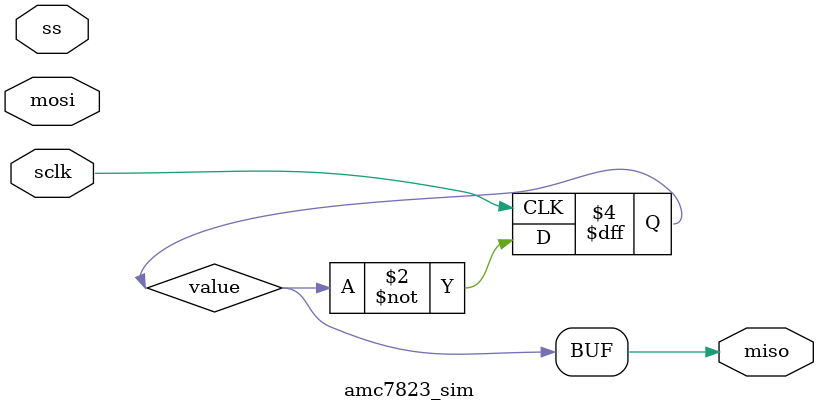
<source format=v>
module amc7823_sim (
	input ss,
	output miso,
	input mosi,
	input sclk
);
// pin    ss is        IO_L18N_T2_32 bank  32 bus_digitizer_U15[2]       AB20
// pin  miso is        IO_L18P_T2_32 bank  32 bus_digitizer_U15[1]       AB19
// pin  mosi is        IO_L23N_T3_32 bank  32 bus_digitizer_U18[3]        V19
// pin  sclk is        IO_L17N_T2_34 bank  34 bus_digitizer_U18[4]         Y5
reg value=0;
always @(posedge sclk) begin
	value <= ~value;
end
assign miso=value;

endmodule

</source>
